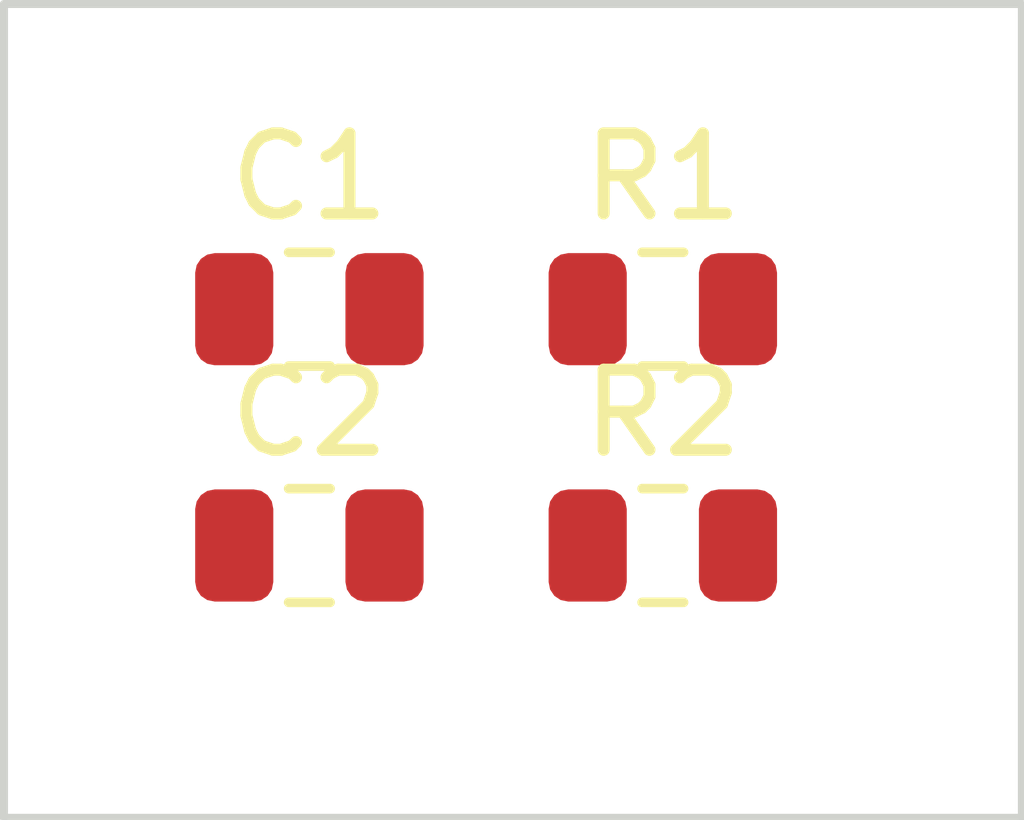
<source format=kicad_pcb>
(kicad_pcb (version 20171130) (host pcbnew 5.1.6+dfsg1-1)

  (general
    (thickness 1.6)
    (drawings 4)
    (tracks 0)
    (zones 0)
    (modules 4)
    (nets 9)
  )

  (page A4)
  (layers
    (0 F.Cu signal)
    (31 B.Cu signal)
    (32 B.Adhes user)
    (33 F.Adhes user)
    (34 B.Paste user)
    (35 F.Paste user)
    (36 B.SilkS user)
    (37 F.SilkS user)
    (38 B.Mask user)
    (39 F.Mask user)
    (40 Dwgs.User user)
    (41 Cmts.User user)
    (42 Eco1.User user)
    (43 Eco2.User user)
    (44 Edge.Cuts user)
    (45 Margin user)
    (46 B.CrtYd user)
    (47 F.CrtYd user)
    (48 B.Fab user)
    (49 F.Fab user)
  )

  (setup
    (last_trace_width 0.25)
    (trace_clearance 0.2)
    (zone_clearance 0.508)
    (zone_45_only no)
    (trace_min 0.2)
    (via_size 0.8)
    (via_drill 0.4)
    (via_min_size 0.4)
    (via_min_drill 0.3)
    (uvia_size 0.3)
    (uvia_drill 0.1)
    (uvias_allowed no)
    (uvia_min_size 0.2)
    (uvia_min_drill 0.1)
    (edge_width 0.1)
    (segment_width 0.2)
    (pcb_text_width 0.3)
    (pcb_text_size 1.5 1.5)
    (mod_edge_width 0.15)
    (mod_text_size 1 1)
    (mod_text_width 0.15)
    (pad_size 1.524 1.524)
    (pad_drill 0.762)
    (pad_to_mask_clearance 0)
    (aux_axis_origin 139.89 89.63)
    (visible_elements FFFFFF7F)
    (pcbplotparams
      (layerselection 0x010fc_ffffffff)
      (usegerberextensions false)
      (usegerberattributes true)
      (usegerberadvancedattributes true)
      (creategerberjobfile true)
      (excludeedgelayer true)
      (linewidth 0.100000)
      (plotframeref false)
      (viasonmask false)
      (mode 1)
      (useauxorigin false)
      (hpglpennumber 1)
      (hpglpenspeed 20)
      (hpglpendiameter 15.000000)
      (psnegative false)
      (psa4output false)
      (plotreference true)
      (plotvalue true)
      (plotinvisibletext false)
      (padsonsilk false)
      (subtractmaskfromsilk false)
      (outputformat 1)
      (mirror false)
      (drillshape 1)
      (scaleselection 1)
      (outputdirectory ""))
  )

  (net 0 "")
  (net 1 "Net-(C1-Pad2)")
  (net 2 "Net-(C1-Pad1)")
  (net 3 "Net-(C2-Pad2)")
  (net 4 "Net-(C2-Pad1)")
  (net 5 "Net-(R1-Pad2)")
  (net 6 "Net-(R1-Pad1)")
  (net 7 "Net-(R2-Pad2)")
  (net 8 "Net-(R2-Pad1)")

  (net_class Default "Esta es la clase de red por defecto."
    (clearance 0.2)
    (trace_width 0.25)
    (via_dia 0.8)
    (via_drill 0.4)
    (uvia_dia 0.3)
    (uvia_drill 0.1)
    (add_net "Net-(C1-Pad1)")
    (add_net "Net-(C1-Pad2)")
    (add_net "Net-(C2-Pad1)")
    (add_net "Net-(C2-Pad2)")
    (add_net "Net-(R1-Pad1)")
    (add_net "Net-(R1-Pad2)")
    (add_net "Net-(R2-Pad1)")
    (add_net "Net-(R2-Pad2)")
  )

  (module Resistor_SMD:R_0805_2012Metric (layer F.Cu) (tedit 5B36C52B) (tstamp 5F496A8B)
    (at 141.57 90.58)
    (descr "Resistor SMD 0805 (2012 Metric), square (rectangular) end terminal, IPC_7351 nominal, (Body size source: https://docs.google.com/spreadsheets/d/1BsfQQcO9C6DZCsRaXUlFlo91Tg2WpOkGARC1WS5S8t0/edit?usp=sharing), generated with kicad-footprint-generator")
    (tags resistor)
    (path /5F43D4BB)
    (attr smd)
    (fp_text reference R2 (at 0 -1.65) (layer F.SilkS)
      (effects (font (size 1 1) (thickness 0.15)))
    )
    (fp_text value 1000 (at 0 1.65) (layer F.Fab)
      (effects (font (size 1 1) (thickness 0.15)))
    )
    (fp_text user %R (at 0 0) (layer F.Fab)
      (effects (font (size 0.5 0.5) (thickness 0.08)))
    )
    (fp_line (start -1 0.6) (end -1 -0.6) (layer F.Fab) (width 0.1))
    (fp_line (start -1 -0.6) (end 1 -0.6) (layer F.Fab) (width 0.1))
    (fp_line (start 1 -0.6) (end 1 0.6) (layer F.Fab) (width 0.1))
    (fp_line (start 1 0.6) (end -1 0.6) (layer F.Fab) (width 0.1))
    (fp_line (start -0.258578 -0.71) (end 0.258578 -0.71) (layer F.SilkS) (width 0.12))
    (fp_line (start -0.258578 0.71) (end 0.258578 0.71) (layer F.SilkS) (width 0.12))
    (fp_line (start -1.68 0.95) (end -1.68 -0.95) (layer F.CrtYd) (width 0.05))
    (fp_line (start -1.68 -0.95) (end 1.68 -0.95) (layer F.CrtYd) (width 0.05))
    (fp_line (start 1.68 -0.95) (end 1.68 0.95) (layer F.CrtYd) (width 0.05))
    (fp_line (start 1.68 0.95) (end -1.68 0.95) (layer F.CrtYd) (width 0.05))
    (pad 2 smd roundrect (at 0.9375 0) (size 0.975 1.4) (layers F.Cu F.Paste F.Mask) (roundrect_rratio 0.25)
      (net 7 "Net-(R2-Pad2)"))
    (pad 1 smd roundrect (at -0.9375 0) (size 0.975 1.4) (layers F.Cu F.Paste F.Mask) (roundrect_rratio 0.25)
      (net 8 "Net-(R2-Pad1)"))
    (model ${KISYS3DMOD}/Resistor_SMD.3dshapes/R_0805_2012Metric.wrl
      (at (xyz 0 0 0))
      (scale (xyz 1 1 1))
      (rotate (xyz 0 0 0))
    )
  )

  (module Resistor_SMD:R_0805_2012Metric (layer F.Cu) (tedit 5B36C52B) (tstamp 5F496A7A)
    (at 141.57 87.63)
    (descr "Resistor SMD 0805 (2012 Metric), square (rectangular) end terminal, IPC_7351 nominal, (Body size source: https://docs.google.com/spreadsheets/d/1BsfQQcO9C6DZCsRaXUlFlo91Tg2WpOkGARC1WS5S8t0/edit?usp=sharing), generated with kicad-footprint-generator")
    (tags resistor)
    (path /5F43D144)
    (attr smd)
    (fp_text reference R1 (at 0 -1.65) (layer F.SilkS)
      (effects (font (size 1 1) (thickness 0.15)))
    )
    (fp_text value 1k (at 0 1.65) (layer F.Fab)
      (effects (font (size 1 1) (thickness 0.15)))
    )
    (fp_text user %R (at 0 0) (layer F.Fab)
      (effects (font (size 0.5 0.5) (thickness 0.08)))
    )
    (fp_line (start -1 0.6) (end -1 -0.6) (layer F.Fab) (width 0.1))
    (fp_line (start -1 -0.6) (end 1 -0.6) (layer F.Fab) (width 0.1))
    (fp_line (start 1 -0.6) (end 1 0.6) (layer F.Fab) (width 0.1))
    (fp_line (start 1 0.6) (end -1 0.6) (layer F.Fab) (width 0.1))
    (fp_line (start -0.258578 -0.71) (end 0.258578 -0.71) (layer F.SilkS) (width 0.12))
    (fp_line (start -0.258578 0.71) (end 0.258578 0.71) (layer F.SilkS) (width 0.12))
    (fp_line (start -1.68 0.95) (end -1.68 -0.95) (layer F.CrtYd) (width 0.05))
    (fp_line (start -1.68 -0.95) (end 1.68 -0.95) (layer F.CrtYd) (width 0.05))
    (fp_line (start 1.68 -0.95) (end 1.68 0.95) (layer F.CrtYd) (width 0.05))
    (fp_line (start 1.68 0.95) (end -1.68 0.95) (layer F.CrtYd) (width 0.05))
    (pad 2 smd roundrect (at 0.9375 0) (size 0.975 1.4) (layers F.Cu F.Paste F.Mask) (roundrect_rratio 0.25)
      (net 5 "Net-(R1-Pad2)"))
    (pad 1 smd roundrect (at -0.9375 0) (size 0.975 1.4) (layers F.Cu F.Paste F.Mask) (roundrect_rratio 0.25)
      (net 6 "Net-(R1-Pad1)"))
    (model ${KISYS3DMOD}/Resistor_SMD.3dshapes/R_0805_2012Metric.wrl
      (at (xyz 0 0 0))
      (scale (xyz 1 1 1))
      (rotate (xyz 0 0 0))
    )
  )

  (module Capacitor_SMD:C_0805_2012Metric (layer F.Cu) (tedit 5B36C52B) (tstamp 5F496A69)
    (at 137.16 90.58)
    (descr "Capacitor SMD 0805 (2012 Metric), square (rectangular) end terminal, IPC_7351 nominal, (Body size source: https://docs.google.com/spreadsheets/d/1BsfQQcO9C6DZCsRaXUlFlo91Tg2WpOkGARC1WS5S8t0/edit?usp=sharing), generated with kicad-footprint-generator")
    (tags capacitor)
    (path /5F43CE1C)
    (attr smd)
    (fp_text reference C2 (at 0 -1.65) (layer F.SilkS)
      (effects (font (size 1 1) (thickness 0.15)))
    )
    (fp_text value "1000 pF" (at 0 1.65) (layer F.Fab)
      (effects (font (size 1 1) (thickness 0.15)))
    )
    (fp_text user %R (at 0 0) (layer F.Fab)
      (effects (font (size 0.5 0.5) (thickness 0.08)))
    )
    (fp_line (start -1 0.6) (end -1 -0.6) (layer F.Fab) (width 0.1))
    (fp_line (start -1 -0.6) (end 1 -0.6) (layer F.Fab) (width 0.1))
    (fp_line (start 1 -0.6) (end 1 0.6) (layer F.Fab) (width 0.1))
    (fp_line (start 1 0.6) (end -1 0.6) (layer F.Fab) (width 0.1))
    (fp_line (start -0.258578 -0.71) (end 0.258578 -0.71) (layer F.SilkS) (width 0.12))
    (fp_line (start -0.258578 0.71) (end 0.258578 0.71) (layer F.SilkS) (width 0.12))
    (fp_line (start -1.68 0.95) (end -1.68 -0.95) (layer F.CrtYd) (width 0.05))
    (fp_line (start -1.68 -0.95) (end 1.68 -0.95) (layer F.CrtYd) (width 0.05))
    (fp_line (start 1.68 -0.95) (end 1.68 0.95) (layer F.CrtYd) (width 0.05))
    (fp_line (start 1.68 0.95) (end -1.68 0.95) (layer F.CrtYd) (width 0.05))
    (pad 2 smd roundrect (at 0.9375 0) (size 0.975 1.4) (layers F.Cu F.Paste F.Mask) (roundrect_rratio 0.25)
      (net 3 "Net-(C2-Pad2)"))
    (pad 1 smd roundrect (at -0.9375 0) (size 0.975 1.4) (layers F.Cu F.Paste F.Mask) (roundrect_rratio 0.25)
      (net 4 "Net-(C2-Pad1)"))
    (model ${KISYS3DMOD}/Capacitor_SMD.3dshapes/C_0805_2012Metric.wrl
      (at (xyz 0 0 0))
      (scale (xyz 1 1 1))
      (rotate (xyz 0 0 0))
    )
  )

  (module Capacitor_SMD:C_0805_2012Metric (layer F.Cu) (tedit 5B36C52B) (tstamp 5F496A58)
    (at 137.16 87.63)
    (descr "Capacitor SMD 0805 (2012 Metric), square (rectangular) end terminal, IPC_7351 nominal, (Body size source: https://docs.google.com/spreadsheets/d/1BsfQQcO9C6DZCsRaXUlFlo91Tg2WpOkGARC1WS5S8t0/edit?usp=sharing), generated with kicad-footprint-generator")
    (tags capacitor)
    (path /5F43BEC2)
    (attr smd)
    (fp_text reference C1 (at 0 -1.65) (layer F.SilkS)
      (effects (font (size 1 1) (thickness 0.15)))
    )
    (fp_text value 1nF (at 0 1.65) (layer F.Fab)
      (effects (font (size 1 1) (thickness 0.15)))
    )
    (fp_text user %R (at 0 0) (layer F.Fab)
      (effects (font (size 0.5 0.5) (thickness 0.08)))
    )
    (fp_line (start -1 0.6) (end -1 -0.6) (layer F.Fab) (width 0.1))
    (fp_line (start -1 -0.6) (end 1 -0.6) (layer F.Fab) (width 0.1))
    (fp_line (start 1 -0.6) (end 1 0.6) (layer F.Fab) (width 0.1))
    (fp_line (start 1 0.6) (end -1 0.6) (layer F.Fab) (width 0.1))
    (fp_line (start -0.258578 -0.71) (end 0.258578 -0.71) (layer F.SilkS) (width 0.12))
    (fp_line (start -0.258578 0.71) (end 0.258578 0.71) (layer F.SilkS) (width 0.12))
    (fp_line (start -1.68 0.95) (end -1.68 -0.95) (layer F.CrtYd) (width 0.05))
    (fp_line (start -1.68 -0.95) (end 1.68 -0.95) (layer F.CrtYd) (width 0.05))
    (fp_line (start 1.68 -0.95) (end 1.68 0.95) (layer F.CrtYd) (width 0.05))
    (fp_line (start 1.68 0.95) (end -1.68 0.95) (layer F.CrtYd) (width 0.05))
    (pad 2 smd roundrect (at 0.9375 0) (size 0.975 1.4) (layers F.Cu F.Paste F.Mask) (roundrect_rratio 0.25)
      (net 1 "Net-(C1-Pad2)"))
    (pad 1 smd roundrect (at -0.9375 0) (size 0.975 1.4) (layers F.Cu F.Paste F.Mask) (roundrect_rratio 0.25)
      (net 2 "Net-(C1-Pad1)"))
    (model ${KISYS3DMOD}/Capacitor_SMD.3dshapes/C_0805_2012Metric.wrl
      (at (xyz 0 0 0))
      (scale (xyz 1 1 1))
      (rotate (xyz 0 0 0))
    )
  )

  (gr_line (start 133.35 83.82) (end 133.35 93.98) (layer Edge.Cuts) (width 0.1) (tstamp 5F496ACC))
  (gr_line (start 146.05 83.82) (end 133.35 83.82) (layer Edge.Cuts) (width 0.1))
  (gr_line (start 146.05 93.98) (end 146.05 83.82) (layer Edge.Cuts) (width 0.1))
  (gr_line (start 133.35 93.98) (end 146.05 93.98) (layer Edge.Cuts) (width 0.1))

)

</source>
